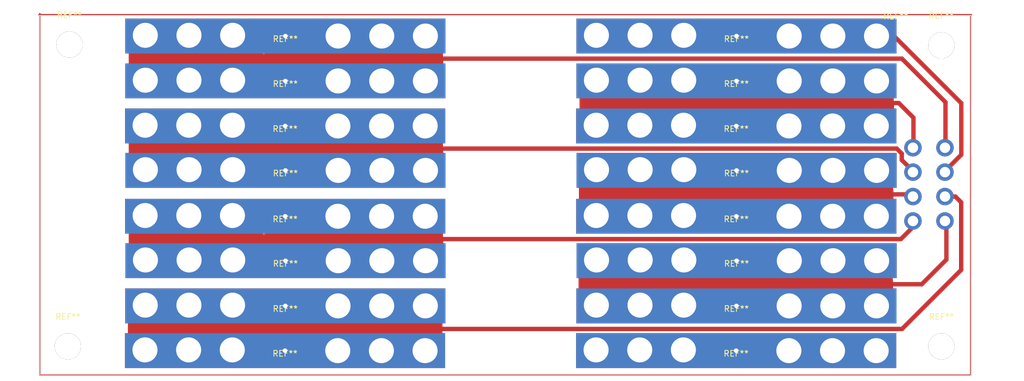
<source format=kicad_pcb>
(kicad_pcb (version 4) (host pcbnew 4.0.4-stable)

  (general
    (links 0)
    (no_connects 0)
    (area -13.517525 -16.723 169.219525 74.481)
    (thickness 1.6)
    (drawings 4)
    (tracks 89)
    (zones 0)
    (modules 21)
    (nets 1)
  )

  (page A4)
  (layers
    (0 F.Cu signal)
    (31 B.Cu signal)
    (32 B.Adhes user)
    (33 F.Adhes user)
    (34 B.Paste user)
    (35 F.Paste user)
    (36 B.SilkS user)
    (37 F.SilkS user)
    (38 B.Mask user)
    (39 F.Mask user)
    (40 Dwgs.User user)
    (41 Cmts.User user)
    (42 Eco1.User user)
    (43 Eco2.User user)
    (44 Edge.Cuts user)
    (45 Margin user)
    (46 B.CrtYd user)
    (47 F.CrtYd user)
    (48 B.Fab user)
    (49 F.Fab user)
  )

  (setup
    (last_trace_width 0.25)
    (trace_clearance 0.2)
    (zone_clearance 0.508)
    (zone_45_only no)
    (trace_min 0.2)
    (segment_width 0.2)
    (edge_width 0.15)
    (via_size 0.6)
    (via_drill 0.4)
    (via_min_size 0.4)
    (via_min_drill 0.3)
    (uvia_size 0.3)
    (uvia_drill 0.1)
    (uvias_allowed no)
    (uvia_min_size 0.2)
    (uvia_min_drill 0.1)
    (pcb_text_width 0.3)
    (pcb_text_size 1.5 1.5)
    (mod_edge_width 0.15)
    (mod_text_size 1 1)
    (mod_text_width 0.15)
    (pad_size 55 6)
    (pad_drill 0.762)
    (pad_to_mask_clearance 0.2)
    (aux_axis_origin 0 0)
    (visible_elements 7FFFFFFF)
    (pcbplotparams
      (layerselection 0x00000_00000001)
      (usegerberextensions true)
      (excludeedgelayer true)
      (linewidth 0.100000)
      (plotframeref false)
      (viasonmask false)
      (mode 1)
      (useauxorigin false)
      (hpglpennumber 1)
      (hpglpenspeed 20)
      (hpglpendiameter 15)
      (hpglpenoverlay 2)
      (psnegative false)
      (psa4output false)
      (plotreference false)
      (plotvalue false)
      (plotinvisibletext false)
      (padsonsilk false)
      (subtractmaskfromsilk false)
      (outputformat 1)
      (mirror false)
      (drillshape 0)
      (scaleselection 1)
      (outputdirectory ""))
  )

  (net 0 "")

  (net_class Default "This is the default net class."
    (clearance 0.2)
    (trace_width 0.25)
    (via_dia 0.6)
    (via_drill 0.4)
    (uvia_dia 0.3)
    (uvia_drill 0.1)
  )

  (module USST-footprints:batt_wedge (layer F.Cu) (tedit 5AD46282) (tstamp 5AD46E04)
    (at 42.1703 19.0246)
    (fp_text reference REF** (at 0 0.5) (layer F.SilkS)
      (effects (font (size 1 1) (thickness 0.15)))
    )
    (fp_text value batt_wedge (at 0 -0.5) (layer F.Fab)
      (effects (font (size 1 1) (thickness 0.15)))
    )
    (pad 1 thru_hole rect (at 0 0) (size 55 6) (drill 0.762) (layers F.Cu F.Paste))
    (pad "" thru_hole circle (at 9.059 0) (size 4.3 4.3) (drill 4.3) (layers *.Cu *.Mask))
    (pad "" thru_hole circle (at -9.059 -0.127) (size 4.3 4.3) (drill 4.3) (layers *.Cu *.Mask))
    (pad "" thru_hole circle (at -24.059 -0.127) (size 4.3 4.3) (drill 4.3) (layers *.Cu *.Mask))
    (pad "" thru_hole circle (at -16.559 -0.127) (size 4.3 4.3) (drill 4.3) (layers *.Cu *.Mask))
    (pad "" thru_hole circle (at 24.059 0) (size 4.3 4.3) (drill 4.3) (layers *.Cu *.Mask))
    (pad "" thru_hole circle (at 16.559 0) (size 4.3 4.3) (drill 4.3) (layers *.Cu *.Mask))
  )

  (module USST-footprints:batt_wedge (layer F.Cu) (tedit 5AD46282) (tstamp 5AD46DFA)
    (at 42.1467 57.6737)
    (fp_text reference REF** (at 0 0.5) (layer F.SilkS)
      (effects (font (size 1 1) (thickness 0.15)))
    )
    (fp_text value batt_wedge (at 0 -0.5) (layer F.Fab)
      (effects (font (size 1 1) (thickness 0.15)))
    )
    (pad 1 thru_hole rect (at 0 0) (size 55 6) (drill 0.762) (layers F.Cu F.Paste))
    (pad "" thru_hole circle (at 9.059 0) (size 4.3 4.3) (drill 4.3) (layers *.Cu *.Mask))
    (pad "" thru_hole circle (at -9.059 -0.127) (size 4.3 4.3) (drill 4.3) (layers *.Cu *.Mask))
    (pad "" thru_hole circle (at -24.059 -0.127) (size 4.3 4.3) (drill 4.3) (layers *.Cu *.Mask))
    (pad "" thru_hole circle (at -16.559 -0.127) (size 4.3 4.3) (drill 4.3) (layers *.Cu *.Mask))
    (pad "" thru_hole circle (at 24.059 0) (size 4.3 4.3) (drill 4.3) (layers *.Cu *.Mask))
    (pad "" thru_hole circle (at 16.559 0) (size 4.3 4.3) (drill 4.3) (layers *.Cu *.Mask))
  )

  (module USST-footprints:batt_wedge (layer F.Cu) (tedit 5AD46282) (tstamp 5AD46DF0)
    (at 42.1975 49.9745)
    (fp_text reference REF** (at 0 0.5) (layer F.SilkS)
      (effects (font (size 1 1) (thickness 0.15)))
    )
    (fp_text value batt_wedge (at 0 -0.5) (layer F.Fab)
      (effects (font (size 1 1) (thickness 0.15)))
    )
    (pad 1 thru_hole rect (at 0 0) (size 55 6) (drill 0.762) (layers F.Cu F.Paste))
    (pad "" thru_hole circle (at 9.059 0) (size 4.3 4.3) (drill 4.3) (layers *.Cu *.Mask))
    (pad "" thru_hole circle (at -9.059 -0.127) (size 4.3 4.3) (drill 4.3) (layers *.Cu *.Mask))
    (pad "" thru_hole circle (at -24.059 -0.127) (size 4.3 4.3) (drill 4.3) (layers *.Cu *.Mask))
    (pad "" thru_hole circle (at -16.559 -0.127) (size 4.3 4.3) (drill 4.3) (layers *.Cu *.Mask))
    (pad "" thru_hole circle (at 24.059 0) (size 4.3 4.3) (drill 4.3) (layers *.Cu *.Mask))
    (pad "" thru_hole circle (at 16.559 0) (size 4.3 4.3) (drill 4.3) (layers *.Cu *.Mask))
  )

  (module USST-footprints:batt_wedge (layer F.Cu) (tedit 5AD46282) (tstamp 5AD46DE6)
    (at 42.2268 42.2051)
    (fp_text reference REF** (at 0 0.5) (layer F.SilkS)
      (effects (font (size 1 1) (thickness 0.15)))
    )
    (fp_text value batt_wedge (at 0 -0.5) (layer F.Fab)
      (effects (font (size 1 1) (thickness 0.15)))
    )
    (pad 1 thru_hole rect (at 0 0) (size 55 6) (drill 0.762) (layers F.Cu F.Paste))
    (pad "" thru_hole circle (at 9.059 0) (size 4.3 4.3) (drill 4.3) (layers *.Cu *.Mask))
    (pad "" thru_hole circle (at -9.059 -0.127) (size 4.3 4.3) (drill 4.3) (layers *.Cu *.Mask))
    (pad "" thru_hole circle (at -24.059 -0.127) (size 4.3 4.3) (drill 4.3) (layers *.Cu *.Mask))
    (pad "" thru_hole circle (at -16.559 -0.127) (size 4.3 4.3) (drill 4.3) (layers *.Cu *.Mask))
    (pad "" thru_hole circle (at 24.059 0) (size 4.3 4.3) (drill 4.3) (layers *.Cu *.Mask))
    (pad "" thru_hole circle (at 16.559 0) (size 4.3 4.3) (drill 4.3) (layers *.Cu *.Mask))
  )

  (module USST-footprints:batt_wedge (layer F.Cu) (tedit 5AD46282) (tstamp 5AD46DDC)
    (at 42.176 34.5567)
    (fp_text reference REF** (at 0 0.5) (layer F.SilkS)
      (effects (font (size 1 1) (thickness 0.15)))
    )
    (fp_text value batt_wedge (at 0 -0.5) (layer F.Fab)
      (effects (font (size 1 1) (thickness 0.15)))
    )
    (pad 1 thru_hole rect (at 0 0) (size 55 6) (drill 0.762) (layers F.Cu F.Paste))
    (pad "" thru_hole circle (at 9.059 0) (size 4.3 4.3) (drill 4.3) (layers *.Cu *.Mask))
    (pad "" thru_hole circle (at -9.059 -0.127) (size 4.3 4.3) (drill 4.3) (layers *.Cu *.Mask))
    (pad "" thru_hole circle (at -24.059 -0.127) (size 4.3 4.3) (drill 4.3) (layers *.Cu *.Mask))
    (pad "" thru_hole circle (at -16.559 -0.127) (size 4.3 4.3) (drill 4.3) (layers *.Cu *.Mask))
    (pad "" thru_hole circle (at 24.059 0) (size 4.3 4.3) (drill 4.3) (layers *.Cu *.Mask))
    (pad "" thru_hole circle (at 16.559 0) (size 4.3 4.3) (drill 4.3) (layers *.Cu *.Mask))
  )

  (module USST-footprints:batt_wedge (layer F.Cu) (tedit 5AD46282) (tstamp 5AD46DD2)
    (at 42.2211 26.67)
    (fp_text reference REF** (at 0 0.5) (layer F.SilkS)
      (effects (font (size 1 1) (thickness 0.15)))
    )
    (fp_text value batt_wedge (at 0 -0.5) (layer F.Fab)
      (effects (font (size 1 1) (thickness 0.15)))
    )
    (pad 1 thru_hole rect (at 0 0) (size 55 6) (drill 0.762) (layers F.Cu F.Paste))
    (pad "" thru_hole circle (at 9.059 0) (size 4.3 4.3) (drill 4.3) (layers *.Cu *.Mask))
    (pad "" thru_hole circle (at -9.059 -0.127) (size 4.3 4.3) (drill 4.3) (layers *.Cu *.Mask))
    (pad "" thru_hole circle (at -24.059 -0.127) (size 4.3 4.3) (drill 4.3) (layers *.Cu *.Mask))
    (pad "" thru_hole circle (at -16.559 -0.127) (size 4.3 4.3) (drill 4.3) (layers *.Cu *.Mask))
    (pad "" thru_hole circle (at 24.059 0) (size 4.3 4.3) (drill 4.3) (layers *.Cu *.Mask))
    (pad "" thru_hole circle (at 16.559 0) (size 4.3 4.3) (drill 4.3) (layers *.Cu *.Mask))
  )

  (module USST-footprints:batt_wedge (layer F.Cu) (tedit 5AD46282) (tstamp 5AD46DC8)
    (at 119.7065 11.2806)
    (fp_text reference REF** (at 0 0.5) (layer F.SilkS)
      (effects (font (size 1 1) (thickness 0.15)))
    )
    (fp_text value batt_wedge (at 0 -0.5) (layer F.Fab)
      (effects (font (size 1 1) (thickness 0.15)))
    )
    (pad 1 thru_hole rect (at 0 0) (size 55 6) (drill 0.762) (layers F.Cu F.Paste))
    (pad "" thru_hole circle (at 9.059 0) (size 4.3 4.3) (drill 4.3) (layers *.Cu *.Mask))
    (pad "" thru_hole circle (at -9.059 -0.127) (size 4.3 4.3) (drill 4.3) (layers *.Cu *.Mask))
    (pad "" thru_hole circle (at -24.059 -0.127) (size 4.3 4.3) (drill 4.3) (layers *.Cu *.Mask))
    (pad "" thru_hole circle (at -16.559 -0.127) (size 4.3 4.3) (drill 4.3) (layers *.Cu *.Mask))
    (pad "" thru_hole circle (at 24.059 0) (size 4.3 4.3) (drill 4.3) (layers *.Cu *.Mask))
    (pad "" thru_hole circle (at 16.559 0) (size 4.3 4.3) (drill 4.3) (layers *.Cu *.Mask))
  )

  (module USST-footprints:batt_wedge (layer F.Cu) (tedit 5AD46282) (tstamp 5AD46DBE)
    (at 119.7065 3.5565)
    (fp_text reference REF** (at 0 0.5) (layer F.SilkS)
      (effects (font (size 1 1) (thickness 0.15)))
    )
    (fp_text value batt_wedge (at 0 -0.5) (layer F.Fab)
      (effects (font (size 1 1) (thickness 0.15)))
    )
    (pad 1 thru_hole rect (at 0 0) (size 55 6) (drill 0.762) (layers F.Cu F.Paste))
    (pad "" thru_hole circle (at 9.059 0) (size 4.3 4.3) (drill 4.3) (layers *.Cu *.Mask))
    (pad "" thru_hole circle (at -9.059 -0.127) (size 4.3 4.3) (drill 4.3) (layers *.Cu *.Mask))
    (pad "" thru_hole circle (at -24.059 -0.127) (size 4.3 4.3) (drill 4.3) (layers *.Cu *.Mask))
    (pad "" thru_hole circle (at -16.559 -0.127) (size 4.3 4.3) (drill 4.3) (layers *.Cu *.Mask))
    (pad "" thru_hole circle (at 24.059 0) (size 4.3 4.3) (drill 4.3) (layers *.Cu *.Mask))
    (pad "" thru_hole circle (at 16.559 0) (size 4.3 4.3) (drill 4.3) (layers *.Cu *.Mask))
  )

  (module USST-footprints:batt_wedge (layer F.Cu) (tedit 5AD46282) (tstamp 5AD46CD9)
    (at 119.6467 57.6737)
    (fp_text reference REF** (at 0 0.5) (layer F.SilkS)
      (effects (font (size 1 1) (thickness 0.15)))
    )
    (fp_text value batt_wedge (at 0 -0.5) (layer F.Fab)
      (effects (font (size 1 1) (thickness 0.15)))
    )
    (pad 1 thru_hole rect (at 0 0) (size 55 6) (drill 0.762) (layers F.Cu F.Paste))
    (pad "" thru_hole circle (at 9.059 0) (size 4.3 4.3) (drill 4.3) (layers *.Cu *.Mask))
    (pad "" thru_hole circle (at -9.059 -0.127) (size 4.3 4.3) (drill 4.3) (layers *.Cu *.Mask))
    (pad "" thru_hole circle (at -24.059 -0.127) (size 4.3 4.3) (drill 4.3) (layers *.Cu *.Mask))
    (pad "" thru_hole circle (at -16.559 -0.127) (size 4.3 4.3) (drill 4.3) (layers *.Cu *.Mask))
    (pad "" thru_hole circle (at 24.059 0) (size 4.3 4.3) (drill 4.3) (layers *.Cu *.Mask))
    (pad "" thru_hole circle (at 16.559 0) (size 4.3 4.3) (drill 4.3) (layers *.Cu *.Mask))
  )

  (module USST-footprints:batt_wedge (layer F.Cu) (tedit 5AD46282) (tstamp 5AD46BCD)
    (at 119.6975 49.9745)
    (fp_text reference REF** (at 0 0.5) (layer F.SilkS)
      (effects (font (size 1 1) (thickness 0.15)))
    )
    (fp_text value batt_wedge (at 0 -0.5) (layer F.Fab)
      (effects (font (size 1 1) (thickness 0.15)))
    )
    (pad 1 thru_hole rect (at 0 0) (size 55 6) (drill 0.762) (layers F.Cu F.Paste))
    (pad "" thru_hole circle (at 9.059 0) (size 4.3 4.3) (drill 4.3) (layers *.Cu *.Mask))
    (pad "" thru_hole circle (at -9.059 -0.127) (size 4.3 4.3) (drill 4.3) (layers *.Cu *.Mask))
    (pad "" thru_hole circle (at -24.059 -0.127) (size 4.3 4.3) (drill 4.3) (layers *.Cu *.Mask))
    (pad "" thru_hole circle (at -16.559 -0.127) (size 4.3 4.3) (drill 4.3) (layers *.Cu *.Mask))
    (pad "" thru_hole circle (at 24.059 0) (size 4.3 4.3) (drill 4.3) (layers *.Cu *.Mask))
    (pad "" thru_hole circle (at 16.559 0) (size 4.3 4.3) (drill 4.3) (layers *.Cu *.Mask))
  )

  (module USST-footprints:batt_wedge (layer F.Cu) (tedit 5AD46282) (tstamp 5AD46BB8)
    (at 119.7268 42.2051)
    (fp_text reference REF** (at 0 0.5) (layer F.SilkS)
      (effects (font (size 1 1) (thickness 0.15)))
    )
    (fp_text value batt_wedge (at 0 -0.5) (layer F.Fab)
      (effects (font (size 1 1) (thickness 0.15)))
    )
    (pad 1 thru_hole rect (at 0 0) (size 55 6) (drill 0.762) (layers F.Cu F.Paste))
    (pad "" thru_hole circle (at 9.059 0) (size 4.3 4.3) (drill 4.3) (layers *.Cu *.Mask))
    (pad "" thru_hole circle (at -9.059 -0.127) (size 4.3 4.3) (drill 4.3) (layers *.Cu *.Mask))
    (pad "" thru_hole circle (at -24.059 -0.127) (size 4.3 4.3) (drill 4.3) (layers *.Cu *.Mask))
    (pad "" thru_hole circle (at -16.559 -0.127) (size 4.3 4.3) (drill 4.3) (layers *.Cu *.Mask))
    (pad "" thru_hole circle (at 24.059 0) (size 4.3 4.3) (drill 4.3) (layers *.Cu *.Mask))
    (pad "" thru_hole circle (at 16.559 0) (size 4.3 4.3) (drill 4.3) (layers *.Cu *.Mask))
  )

  (module USST-footprints:batt_wedge (layer F.Cu) (tedit 5AD46282) (tstamp 5AD46BA4)
    (at 119.676 34.5567)
    (fp_text reference REF** (at 0 0.5) (layer F.SilkS)
      (effects (font (size 1 1) (thickness 0.15)))
    )
    (fp_text value batt_wedge (at 0 -0.5) (layer F.Fab)
      (effects (font (size 1 1) (thickness 0.15)))
    )
    (pad 1 thru_hole rect (at 0 0) (size 55 6) (drill 0.762) (layers F.Cu F.Paste))
    (pad "" thru_hole circle (at 9.059 0) (size 4.3 4.3) (drill 4.3) (layers *.Cu *.Mask))
    (pad "" thru_hole circle (at -9.059 -0.127) (size 4.3 4.3) (drill 4.3) (layers *.Cu *.Mask))
    (pad "" thru_hole circle (at -24.059 -0.127) (size 4.3 4.3) (drill 4.3) (layers *.Cu *.Mask))
    (pad "" thru_hole circle (at -16.559 -0.127) (size 4.3 4.3) (drill 4.3) (layers *.Cu *.Mask))
    (pad "" thru_hole circle (at 24.059 0) (size 4.3 4.3) (drill 4.3) (layers *.Cu *.Mask))
    (pad "" thru_hole circle (at 16.559 0) (size 4.3 4.3) (drill 4.3) (layers *.Cu *.Mask))
  )

  (module USST-footprints:batt_wedge (layer F.Cu) (tedit 5AD46282) (tstamp 5AD46B90)
    (at 119.7211 26.67)
    (fp_text reference REF** (at 0 0.5) (layer F.SilkS)
      (effects (font (size 1 1) (thickness 0.15)))
    )
    (fp_text value batt_wedge (at 0 -0.5) (layer F.Fab)
      (effects (font (size 1 1) (thickness 0.15)))
    )
    (pad 1 thru_hole rect (at 0 0) (size 55 6) (drill 0.762) (layers F.Cu F.Paste))
    (pad "" thru_hole circle (at 9.059 0) (size 4.3 4.3) (drill 4.3) (layers *.Cu *.Mask))
    (pad "" thru_hole circle (at -9.059 -0.127) (size 4.3 4.3) (drill 4.3) (layers *.Cu *.Mask))
    (pad "" thru_hole circle (at -24.059 -0.127) (size 4.3 4.3) (drill 4.3) (layers *.Cu *.Mask))
    (pad "" thru_hole circle (at -16.559 -0.127) (size 4.3 4.3) (drill 4.3) (layers *.Cu *.Mask))
    (pad "" thru_hole circle (at 24.059 0) (size 4.3 4.3) (drill 4.3) (layers *.Cu *.Mask))
    (pad "" thru_hole circle (at 16.559 0) (size 4.3 4.3) (drill 4.3) (layers *.Cu *.Mask))
  )

  (module USST-footprints:batt_wedge (layer F.Cu) (tedit 5AD46282) (tstamp 5AD46B7C)
    (at 119.6703 19.0246)
    (fp_text reference REF** (at 0 0.5) (layer F.SilkS)
      (effects (font (size 1 1) (thickness 0.15)))
    )
    (fp_text value batt_wedge (at 0 -0.5) (layer F.Fab)
      (effects (font (size 1 1) (thickness 0.15)))
    )
    (pad 1 thru_hole rect (at 0 0) (size 55 6) (drill 0.762) (layers F.Cu F.Paste))
    (pad "" thru_hole circle (at 9.059 0) (size 4.3 4.3) (drill 4.3) (layers *.Cu *.Mask))
    (pad "" thru_hole circle (at -9.059 -0.127) (size 4.3 4.3) (drill 4.3) (layers *.Cu *.Mask))
    (pad "" thru_hole circle (at -24.059 -0.127) (size 4.3 4.3) (drill 4.3) (layers *.Cu *.Mask))
    (pad "" thru_hole circle (at -16.559 -0.127) (size 4.3 4.3) (drill 4.3) (layers *.Cu *.Mask))
    (pad "" thru_hole circle (at 24.059 0) (size 4.3 4.3) (drill 4.3) (layers *.Cu *.Mask))
    (pad "" thru_hole circle (at 16.559 0) (size 4.3 4.3) (drill 4.3) (layers *.Cu *.Mask))
  )

  (module USST-footprints:batt_wedge (layer F.Cu) (tedit 5AD46282) (tstamp 5AD46B5C)
    (at 42.2065 11.2806)
    (fp_text reference REF** (at 0 0.5) (layer F.SilkS)
      (effects (font (size 1 1) (thickness 0.15)))
    )
    (fp_text value batt_wedge (at 0 -0.5) (layer F.Fab)
      (effects (font (size 1 1) (thickness 0.15)))
    )
    (pad 1 thru_hole rect (at 0 0) (size 55 6) (drill 0.762) (layers F.Cu F.Paste))
    (pad "" thru_hole circle (at 9.059 0) (size 4.3 4.3) (drill 4.3) (layers *.Cu *.Mask))
    (pad "" thru_hole circle (at -9.059 -0.127) (size 4.3 4.3) (drill 4.3) (layers *.Cu *.Mask))
    (pad "" thru_hole circle (at -24.059 -0.127) (size 4.3 4.3) (drill 4.3) (layers *.Cu *.Mask))
    (pad "" thru_hole circle (at -16.559 -0.127) (size 4.3 4.3) (drill 4.3) (layers *.Cu *.Mask))
    (pad "" thru_hole circle (at 24.059 0) (size 4.3 4.3) (drill 4.3) (layers *.Cu *.Mask))
    (pad "" thru_hole circle (at 16.559 0) (size 4.3 4.3) (drill 4.3) (layers *.Cu *.Mask))
  )

  (module USST-footprints:batt_wedge (layer F.Cu) (tedit 5AD46282) (tstamp 5AB68127)
    (at 42.2065 3.5565)
    (fp_text reference REF** (at 0 0.5) (layer F.SilkS)
      (effects (font (size 1 1) (thickness 0.15)))
    )
    (fp_text value batt_wedge (at 0 -0.5) (layer F.Fab)
      (effects (font (size 1 1) (thickness 0.15)))
    )
    (pad 1 thru_hole rect (at 0 0) (size 55 6) (drill 0.762) (layers F.Cu F.Paste))
    (pad "" thru_hole circle (at 9.059 0) (size 4.3 4.3) (drill 4.3) (layers *.Cu *.Mask))
    (pad "" thru_hole circle (at -9.059 -0.127) (size 4.3 4.3) (drill 4.3) (layers *.Cu *.Mask))
    (pad "" thru_hole circle (at -24.059 -0.127) (size 4.3 4.3) (drill 4.3) (layers *.Cu *.Mask))
    (pad "" thru_hole circle (at -16.559 -0.127) (size 4.3 4.3) (drill 4.3) (layers *.Cu *.Mask))
    (pad "" thru_hole circle (at 24.059 0) (size 4.3 4.3) (drill 4.3) (layers *.Cu *.Mask))
    (pad "" thru_hole circle (at 16.559 0) (size 4.3 4.3) (drill 4.3) (layers *.Cu *.Mask))
  )

  (module USST-footprints:HolePad_single_4-5mmDrill (layer F.Cu) (tedit 5AB67E2F) (tstamp 5AB68C2E)
    (at 5.1143 5.0254)
    (fp_text reference REF** (at 0 -5.08) (layer F.SilkS)
      (effects (font (size 1 1) (thickness 0.15)))
    )
    (fp_text value SolderWirePad_single_2-5mmDrill (at 1.27 5.08) (layer F.Fab)
      (effects (font (size 1 1) (thickness 0.15)))
    )
    (pad "" thru_hole circle (at 0 0) (size 4.5 4.5) (drill 4.5) (layers *.Cu *.Mask))
  )

  (module USST-footprints:HolePad_single_4-5mmDrill (layer F.Cu) (tedit 5AB67E2F) (tstamp 5AB68C3A)
    (at 4.8476 56.9379)
    (fp_text reference REF** (at 0 -5.08) (layer F.SilkS)
      (effects (font (size 1 1) (thickness 0.15)))
    )
    (fp_text value SolderWirePad_single_2-5mmDrill (at 1.27 5.08) (layer F.Fab)
      (effects (font (size 1 1) (thickness 0.15)))
    )
    (pad "" thru_hole circle (at 0 0) (size 4.5 4.5) (drill 4.5) (layers *.Cu *.Mask))
  )

  (module USST-footprints:BatteryConnector4x2 (layer F.Cu) (tedit 5AB674FA) (tstamp 5AB679B6)
    (at 150.0251 35.3695)
    (fp_text reference REF** (at -2.9455 -35.197) (layer F.SilkS)
      (effects (font (size 1 1) (thickness 0.15)))
    )
    (fp_text value BatteryConnector (at 1.182 -37.1655) (layer F.Fab)
      (effects (font (size 1 1) (thickness 0.15)))
    )
    (pad "" np_thru_hole circle (at 0 0) (size 3 3) (drill 1.8) (layers *.Cu))
    (pad "" np_thru_hole circle (at 5.5 0) (size 3 3) (drill 1.8) (layers *.Cu))
    (pad "" np_thru_hole circle (at 5.5 -4.2) (size 3 3) (drill 1.8) (layers *.Cu))
    (pad "" np_thru_hole circle (at 0 -4.2) (size 3 3) (drill 1.8) (layers *.Cu))
    (pad "" np_thru_hole circle (at 5.5 -8.4) (size 3 3) (drill 1.8) (layers *.Cu))
    (pad "" np_thru_hole circle (at 0 -8.4) (size 3 3) (drill 1.8) (layers *.Cu))
    (pad "" np_thru_hole circle (at 5.5 -12.6) (size 3 3) (drill 1.8) (layers *.Cu))
    (pad "" np_thru_hole circle (at 0 -12.6) (size 3 3) (drill 1.8) (layers *.Cu))
  )

  (module USST-footprints:HolePad_single_4-5mmDrill (layer F.Cu) (tedit 5AB67E2F) (tstamp 5AB68C68)
    (at 154.9057 5.1651)
    (fp_text reference REF** (at 0 -5.08) (layer F.SilkS)
      (effects (font (size 1 1) (thickness 0.15)))
    )
    (fp_text value SolderWirePad_single_2-5mmDrill (at 1.27 5.08) (layer F.Fab)
      (effects (font (size 1 1) (thickness 0.15)))
    )
    (pad "" thru_hole circle (at 0 0) (size 4.5 4.5) (drill 4.5) (layers *.Cu *.Mask))
  )

  (module USST-footprints:HolePad_single_4-5mmDrill (layer F.Cu) (tedit 5AB67E2F) (tstamp 5AB68C70)
    (at 154.9057 56.9379)
    (fp_text reference REF** (at 0 -5.08) (layer F.SilkS)
      (effects (font (size 1 1) (thickness 0.15)))
    )
    (fp_text value SolderWirePad_single_2-5mmDrill (at 1.27 5.08) (layer F.Fab)
      (effects (font (size 1 1) (thickness 0.15)))
    )
    (pad "" thru_hole circle (at 0 0) (size 4.5 4.5) (drill 4.5) (layers *.Cu *.Mask))
  )

  (gr_line (start 160.02 0) (end 160.02 62) (layer Edge.Cuts) (width 0.15) (tstamp 5AB67274))
  (gr_line (start 0 61.976) (end 160 61.976) (layer Edge.Cuts) (width 0.15) (tstamp 5AB67257))
  (gr_line (start 0 0) (end 160 0) (layer Edge.Cuts) (width 0.15))
  (gr_line (start 0 0) (end 0 62) (layer Edge.Cuts) (width 0.15))

  (segment (start 0.0254 61.8998) (end 0.0254 -0.3048) (width 0.25) (layer F.Cu) (net 0))
  (segment (start 159.9438 61.8998) (end 0.0254 61.8998) (width 0.25) (layer F.Cu) (net 0))
  (segment (start 159.9438 -0.1143) (end 160.0708 -0.1143) (width 0.25) (layer F.Cu) (net 0))
  (segment (start 153.517222 -0.1143) (end 159.9438 -0.1143) (width 0.25) (layer F.Cu) (net 0))
  (segment (start 159.9438 -0.1143) (end 159.9438 61.8998) (width 0.25) (layer F.Cu) (net 0))
  (segment (start 69.717902 -0.1143) (end 153.517222 -0.1143) (width 0.25) (layer F.Cu) (net 0))
  (segment (start -0.1143 -0.1143) (end 69.717902 -0.1143) (width 0.25) (layer F.Cu) (net 0))
  (segment (start 63.690934 22.182952) (end 61.749986 24.1239) (width 5) (layer F.Cu) (net 0))
  (segment (start 61.749986 24.1239) (end 39.726833 24.1239) (width 5) (layer F.Cu) (net 0))
  (segment (start 39.726833 24.1239) (end 37.731987 22.129054) (width 5) (layer F.Cu) (net 0))
  (segment (start 63.551234 52.243852) (end 61.610286 54.1848) (width 5) (layer F.Cu) (net 0) (tstamp 5AD46FF2))
  (segment (start 66.699253 53.282453) (end 66.699253 56.10984) (width 5) (layer F.Cu) (net 0) (tstamp 5AD46FF1))
  (segment (start 66.644024 50.25563) (end 66.644024 53.227224) (width 5) (layer F.Cu) (net 0) (tstamp 5AD46FF0))
  (segment (start 61.610286 54.1848) (end 39.9325 54.1848) (width 5) (layer F.Cu) (net 0) (tstamp 5AD46FEF))
  (segment (start 17.656442 49.813803) (end 17.656442 56.496439) (width 5) (layer F.Cu) (net 0) (tstamp 5AD46FEE))
  (segment (start 20.63058 53.522301) (end 36.204882 53.522301) (width 5) (layer F.Cu) (net 0) (tstamp 5AD46FED))
  (segment (start 63.690934 37.689652) (end 61.749986 39.6306) (width 5) (layer F.Cu) (net 0) (tstamp 5AD46FEC))
  (segment (start 66.838953 38.728253) (end 66.838953 41.55564) (width 5) (layer F.Cu) (net 0) (tstamp 5AD46FEB))
  (segment (start 66.783724 35.70143) (end 66.783724 38.673024) (width 5) (layer F.Cu) (net 0) (tstamp 5AD46FEA))
  (segment (start 61.749986 39.6306) (end 40.0722 39.6306) (width 5) (layer F.Cu) (net 0) (tstamp 5AD46FE9))
  (segment (start 17.796142 35.259603) (end 17.796142 41.942239) (width 5) (layer F.Cu) (net 0) (tstamp 5AD46FE8))
  (segment (start 20.77028 38.968101) (end 36.344582 38.968101) (width 5) (layer F.Cu) (net 0) (tstamp 5AD46FE7))
  (segment (start 66.838953 23.221553) (end 66.838953 26.04894) (width 5) (layer F.Cu) (net 0) (tstamp 5AD46FE5))
  (segment (start 66.783724 20.19473) (end 66.783724 23.166324) (width 5) (layer F.Cu) (net 0) (tstamp 5AD46FE4))
  (segment (start 17.796142 19.752903) (end 17.796142 26.435539) (width 5) (layer F.Cu) (net 0) (tstamp 5AD46FE2))
  (segment (start 20.77028 23.461401) (end 36.344582 23.461401) (width 5) (layer F.Cu) (net 0) (tstamp 5AD46FE1))
  (segment (start 63.690934 6.663552) (end 61.749986 8.6045) (width 5) (layer F.Cu) (net 0) (tstamp 5AD46FE0))
  (segment (start 66.838953 7.702153) (end 66.838953 10.52954) (width 5) (layer F.Cu) (net 0) (tstamp 5AD46FDF))
  (segment (start 66.783724 4.67533) (end 66.783724 7.646924) (width 5) (layer F.Cu) (net 0) (tstamp 5AD46FDE))
  (segment (start 61.749986 8.6045) (end 40.0722 8.6045) (width 5) (layer F.Cu) (net 0) (tstamp 5AD46FDD))
  (segment (start 17.796142 4.233503) (end 17.796142 10.916139) (width 5) (layer F.Cu) (net 0) (tstamp 5AD46FDC))
  (segment (start 20.77028 7.942001) (end 36.344582 7.942001) (width 5) (layer F.Cu) (net 0) (tstamp 5AD46FDB))
  (segment (start 62.762193 22.91651) (end 147.240196 22.91651) (width 0.75) (layer F.Cu) (net 0))
  (segment (start 147.240196 22.91651) (end 148.100024 23.776338) (width 0.75) (layer F.Cu) (net 0))
  (segment (start 148.100024 23.776338) (end 148.100024 24.875039) (width 0.75) (layer F.Cu) (net 0))
  (segment (start 148.100024 24.875039) (end 150.114 26.889015) (width 0.75) (layer F.Cu) (net 0))
  (segment (start 150.114 26.889015) (end 150.114 27.922) (width 0.75) (layer F.Cu) (net 0))
  (segment (start 62.201023 7.24708) (end 62.394713 7.44077) (width 0.75) (layer F.Cu) (net 0))
  (segment (start 62.394713 7.44077) (end 148.121488 7.44077) (width 0.75) (layer F.Cu) (net 0))
  (segment (start 148.121488 7.44077) (end 155.614 14.933282) (width 0.75) (layer F.Cu) (net 0))
  (segment (start 155.614 14.933282) (end 155.614 23.722) (width 0.75) (layer F.Cu) (net 0))
  (segment (start 144.063224 43.11823) (end 144.063224 46.089824) (width 5) (layer F.Cu) (net 0) (tstamp 5AD46C1A))
  (segment (start 144.118453 46.145053) (end 144.118453 48.97244) (width 5) (layer F.Cu) (net 0) (tstamp 5AD46C19))
  (segment (start 95.075642 42.676403) (end 95.075642 49.359039) (width 5) (layer F.Cu) (net 0) (tstamp 5AD46C18))
  (segment (start 98.04978 46.384901) (end 113.624082 46.384901) (width 5) (layer F.Cu) (net 0) (tstamp 5AD46C17))
  (segment (start 139.029486 47.0474) (end 117.3517 47.0474) (width 5) (layer F.Cu) (net 0) (tstamp 5AD46C16))
  (segment (start 140.970434 45.106452) (end 139.029486 47.0474) (width 5) (layer F.Cu) (net 0) (tstamp 5AD46C15))
  (segment (start 95.139142 27.093503) (end 95.139142 33.776139) (width 5) (layer F.Cu) (net 0) (tstamp 5AD46C04))
  (segment (start 98.11328 30.802001) (end 113.687582 30.802001) (width 5) (layer F.Cu) (net 0) (tstamp 5AD46C03))
  (segment (start 141.229243 33.38954) (end 141.2202 33.380497) (width 5) (layer F.Cu) (net 0) (tstamp 5AD46C02))
  (segment (start 144.181953 30.562153) (end 144.181953 33.38954) (width 5) (layer F.Cu) (net 0) (tstamp 5AD46C01))
  (segment (start 144.126724 27.53533) (end 144.126724 30.506924) (width 5) (layer F.Cu) (net 0) (tstamp 5AD46C00))
  (segment (start 141.033934 29.523552) (end 139.092986 31.4645) (width 5) (layer F.Cu) (net 0) (tstamp 5AD46BFF))
  (segment (start 139.092986 31.4645) (end 117.4152 31.4645) (width 5) (layer F.Cu) (net 0) (tstamp 5AD46BFE))
  (segment (start 95.958711 11.186334) (end 95.240742 11.904303) (width 5) (layer F.Cu) (net 0))
  (segment (start 98.21488 15.612801) (end 113.789182 15.612801) (width 5) (layer F.Cu) (net 0))
  (segment (start 95.240742 11.904303) (end 95.240742 18.586939) (width 5) (layer F.Cu) (net 0))
  (segment (start 95.240742 18.586939) (end 98.21488 15.612801) (width 5) (layer F.Cu) (net 0))
  (segment (start 113.789182 15.612801) (end 117.5168 19.340419) (width 5) (layer F.Cu) (net 0))
  (segment (start 141.135534 14.334352) (end 139.194586 16.2753) (width 5) (layer F.Cu) (net 0))
  (segment (start 139.194586 16.2753) (end 117.5168 16.2753) (width 5) (layer F.Cu) (net 0))
  (segment (start 144.228324 12.34613) (end 144.228324 15.317724) (width 5) (layer F.Cu) (net 0))
  (segment (start 141.330843 18.20034) (end 141.3218 18.191297) (width 5) (layer F.Cu) (net 0))
  (segment (start 144.228324 15.317724) (end 144.283553 15.372953) (width 5) (layer F.Cu) (net 0))
  (segment (start 144.283553 15.372953) (end 144.283553 18.20034) (width 5) (layer F.Cu) (net 0))
  (segment (start 144.283553 18.20034) (end 141.330843 18.20034) (width 5) (layer F.Cu) (net 0))
  (segment (start 62.547771 38.485232) (end 147.950768 38.485232) (width 0.75) (layer F.Cu) (net 0))
  (segment (start 147.950768 38.485232) (end 150.114 36.322) (width 0.75) (layer F.Cu) (net 0))
  (segment (start 155.614 32.122) (end 156.566963 31.169037) (width 0.75) (layer F.Cu) (net 0))
  (segment (start 156.566963 31.169037) (end 157.317291 31.169037) (width 0.75) (layer F.Cu) (net 0))
  (segment (start 157.317291 31.169037) (end 158.311039 32.162785) (width 0.75) (layer F.Cu) (net 0))
  (segment (start 158.311039 32.162785) (end 158.311039 43.785222) (width 0.75) (layer F.Cu) (net 0))
  (segment (start 158.311039 43.785222) (end 148.152724 53.943537) (width 0.75) (layer F.Cu) (net 0))
  (segment (start 148.152724 53.943537) (end 63.091466 53.943537) (width 0.75) (layer F.Cu) (net 0))
  (segment (start 141.301 3.699) (end 146.919297 3.699) (width 0.75) (layer F.Cu) (net 0))
  (segment (start 146.919297 3.699) (end 158.33257 15.112273) (width 0.75) (layer F.Cu) (net 0))
  (segment (start 158.33257 15.112273) (end 158.33257 23.970435) (width 0.75) (layer F.Cu) (net 0))
  (segment (start 158.33257 23.970435) (end 155.614 26.689005) (width 0.75) (layer F.Cu) (net 0))
  (segment (start 155.614 26.689005) (end 155.614 27.922) (width 0.75) (layer F.Cu) (net 0))
  (segment (start 139.405803 31.7312) (end 140.345592 30.791411) (width 0.75) (layer F.Cu) (net 0))
  (segment (start 140.345592 30.791411) (end 148.783411 30.791411) (width 0.75) (layer F.Cu) (net 0))
  (segment (start 148.783411 30.791411) (end 150.114 32.122) (width 0.75) (layer F.Cu) (net 0))
  (segment (start 151.536619 46.2534) (end 141.4234 46.2534) (width 0.75) (layer F.Cu) (net 0))
  (segment (start 155.77146 42.018559) (end 151.536619 46.2534) (width 0.75) (layer F.Cu) (net 0))
  (segment (start 155.77146 36.166486) (end 155.77146 42.018559) (width 0.75) (layer F.Cu) (net 0))
  (segment (start 150.114 17.604101) (end 150.114 23.722) (width 0.75) (layer F.Cu) (net 0))
  (segment (start 147.58684 15.076941) (end 150.114 17.604101) (width 0.75) (layer F.Cu) (net 0))
  (segment (start 139.405803 16.2753) (end 140.604162 15.076941) (width 0.75) (layer F.Cu) (net 0))
  (segment (start 140.604162 15.076941) (end 147.58684 15.076941) (width 0.75) (layer F.Cu) (net 0))

)

</source>
